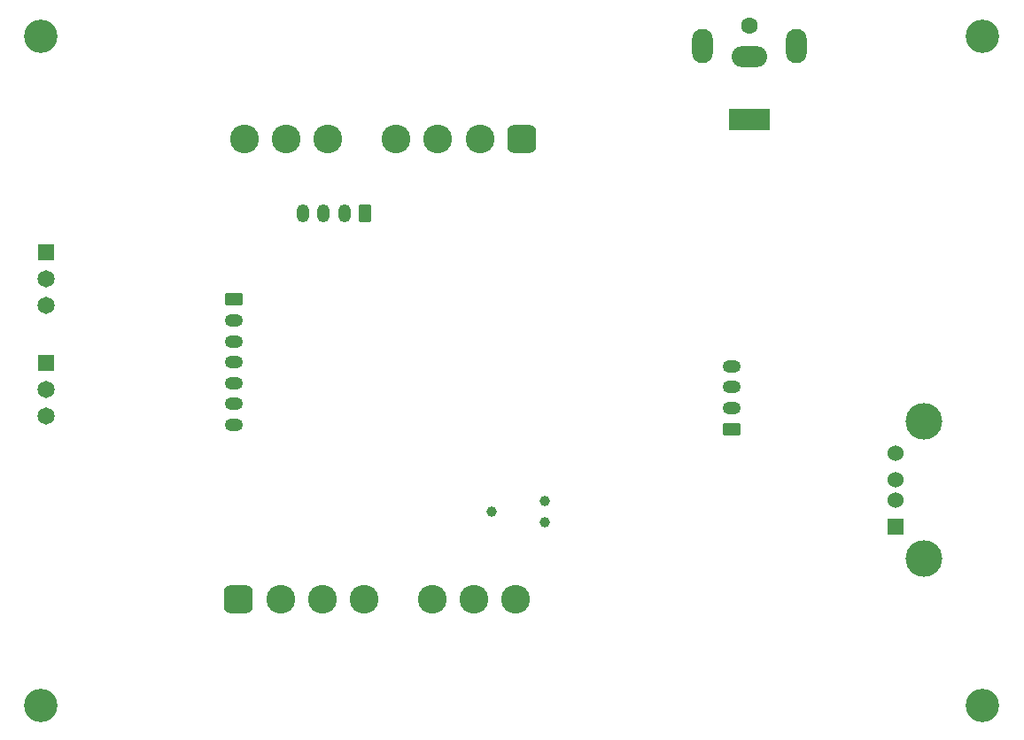
<source format=gbr>
%TF.GenerationSoftware,KiCad,Pcbnew,7.0.9*%
%TF.CreationDate,2024-01-15T17:24:14-05:00*%
%TF.ProjectId,stm32-snake-controller,73746d33-322d-4736-9e61-6b652d636f6e,A*%
%TF.SameCoordinates,Original*%
%TF.FileFunction,Soldermask,Bot*%
%TF.FilePolarity,Negative*%
%FSLAX46Y46*%
G04 Gerber Fmt 4.6, Leading zero omitted, Abs format (unit mm)*
G04 Created by KiCad (PCBNEW 7.0.9) date 2024-01-15 17:24:14*
%MOMM*%
%LPD*%
G01*
G04 APERTURE LIST*
G04 Aperture macros list*
%AMRoundRect*
0 Rectangle with rounded corners*
0 $1 Rounding radius*
0 $2 $3 $4 $5 $6 $7 $8 $9 X,Y pos of 4 corners*
0 Add a 4 corners polygon primitive as box body*
4,1,4,$2,$3,$4,$5,$6,$7,$8,$9,$2,$3,0*
0 Add four circle primitives for the rounded corners*
1,1,$1+$1,$2,$3*
1,1,$1+$1,$4,$5*
1,1,$1+$1,$6,$7*
1,1,$1+$1,$8,$9*
0 Add four rect primitives between the rounded corners*
20,1,$1+$1,$2,$3,$4,$5,0*
20,1,$1+$1,$4,$5,$6,$7,0*
20,1,$1+$1,$6,$7,$8,$9,0*
20,1,$1+$1,$8,$9,$2,$3,0*%
G04 Aperture macros list end*
%ADD10RoundRect,0.250000X-0.625000X0.350000X-0.625000X-0.350000X0.625000X-0.350000X0.625000X0.350000X0*%
%ADD11O,1.750000X1.200000*%
%ADD12RoundRect,0.250000X0.625000X-0.350000X0.625000X0.350000X-0.625000X0.350000X-0.625000X-0.350000X0*%
%ADD13C,3.200000*%
%ADD14R,1.650000X1.650000*%
%ADD15C,1.650000*%
%ADD16RoundRect,0.250000X0.350000X0.625000X-0.350000X0.625000X-0.350000X-0.625000X0.350000X-0.625000X0*%
%ADD17O,1.200000X1.750000*%
%ADD18O,2.000000X3.300000*%
%ADD19C,1.600000*%
%ADD20R,4.000000X2.000000*%
%ADD21O,3.400000X2.000000*%
%ADD22RoundRect,0.687500X-0.687500X-0.687500X0.687500X-0.687500X0.687500X0.687500X-0.687500X0.687500X0*%
%ADD23C,2.750000*%
%ADD24C,0.991000*%
%ADD25RoundRect,0.687500X0.687500X0.687500X-0.687500X0.687500X-0.687500X-0.687500X0.687500X-0.687500X0*%
%ADD26R,1.524000X1.524000*%
%ADD27C,1.524000*%
%ADD28C,3.500000*%
G04 APERTURE END LIST*
D10*
%TO.C,OLED102*%
X161417000Y-93156000D03*
D11*
X161417000Y-95156000D03*
X161417000Y-97156000D03*
X161417000Y-99156000D03*
X161417000Y-101156000D03*
X161417000Y-103156000D03*
X161417000Y-105156000D03*
%TD*%
D12*
%TO.C,OLED101*%
X209042000Y-105537000D03*
D11*
X209042000Y-103537000D03*
X209042000Y-101537000D03*
X209042000Y-99537000D03*
%TD*%
D13*
%TO.C,H104*%
X143000000Y-132000000D03*
%TD*%
%TO.C,H103*%
X233000000Y-132000000D03*
%TD*%
%TO.C,H102*%
X233000000Y-68000000D03*
%TD*%
%TO.C,H101*%
X143000000Y-68000000D03*
%TD*%
D14*
%TO.C,J302*%
X143500000Y-99187000D03*
D15*
X143500000Y-101727000D03*
X143500000Y-104267000D03*
%TD*%
D16*
%TO.C,J102*%
X173990000Y-84878000D03*
D17*
X171990000Y-84878000D03*
X169990000Y-84878000D03*
X167990000Y-84878000D03*
%TD*%
D14*
%TO.C,J301*%
X143500000Y-88646000D03*
D15*
X143500000Y-91186000D03*
X143500000Y-93726000D03*
%TD*%
D18*
%TO.C,J101*%
X215200000Y-68887500D03*
D19*
X210700000Y-66937500D03*
D18*
X206200000Y-68887500D03*
D20*
X210700000Y-75937500D03*
D21*
X210700000Y-69937500D03*
%TD*%
D22*
%TO.C,J401*%
X161880000Y-121805000D03*
D23*
X165880000Y-121805000D03*
X169880000Y-121805000D03*
X173880000Y-121805000D03*
X180380000Y-121805000D03*
X184380000Y-121805000D03*
X188380000Y-121805000D03*
%TD*%
D24*
%TO.C,J103*%
X186055000Y-113411000D03*
X191135000Y-112396000D03*
X191135000Y-114426000D03*
%TD*%
D25*
%TO.C,J402*%
X188920000Y-77839000D03*
D23*
X184920000Y-77839000D03*
X180920000Y-77839000D03*
X176920000Y-77839000D03*
X170420000Y-77839000D03*
X166420000Y-77839000D03*
X162420000Y-77839000D03*
%TD*%
D26*
%TO.C,J501*%
X224700000Y-114863000D03*
D27*
X224700000Y-112363000D03*
X224700000Y-110363000D03*
X224700000Y-107863000D03*
D28*
X227410000Y-117933000D03*
X227410000Y-104793000D03*
%TD*%
M02*

</source>
